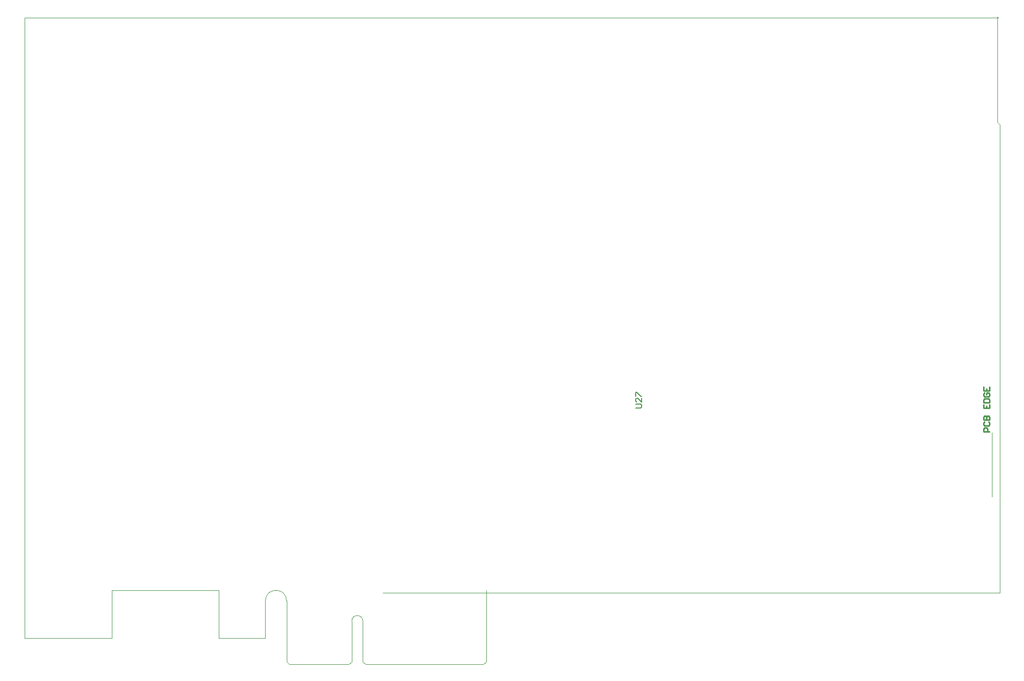
<source format=gbr>
G04*
G04 #@! TF.GenerationSoftware,Altium Limited,Altium Designer,23.7.1 (13)*
G04*
G04 Layer_Color=16711935*
%FSLAX25Y25*%
%MOIN*%
G70*
G04*
G04 #@! TF.SameCoordinates,AF00DCEB-AC48-4C7C-91EA-99F42E284231*
G04*
G04*
G04 #@! TF.FilePolarity,Positive*
G04*
G01*
G75*
%ADD18C,0.01000*%
%ADD19C,0.00600*%
%ADD23C,0.00394*%
D18*
X624016Y-257579D02*
X620080D01*
Y-255611D01*
X620736Y-254955D01*
X622048D01*
X622704Y-255611D01*
Y-257579D01*
X620736Y-251019D02*
X620080Y-251675D01*
Y-252987D01*
X620736Y-253643D01*
X623360D01*
X624016Y-252987D01*
Y-251675D01*
X623360Y-251019D01*
X620080Y-249707D02*
X624016D01*
Y-247739D01*
X623360Y-247083D01*
X622704D01*
X622048Y-247739D01*
Y-249707D01*
Y-247739D01*
X621392Y-247083D01*
X620736D01*
X620080Y-247739D01*
Y-249707D01*
Y-239212D02*
Y-241836D01*
X624016D01*
Y-239212D01*
X622048Y-241836D02*
Y-240524D01*
X620080Y-237900D02*
X624016D01*
Y-235932D01*
X623360Y-235276D01*
X620736D01*
X620080Y-235932D01*
Y-237900D01*
X620736Y-231341D02*
X620080Y-231996D01*
Y-233308D01*
X620736Y-233964D01*
X623360D01*
X624016Y-233308D01*
Y-231996D01*
X623360Y-231341D01*
X622048D01*
Y-232652D01*
X620080Y-227405D02*
Y-230029D01*
X624016D01*
Y-227405D01*
X622048Y-230029D02*
Y-228717D01*
D19*
X384615Y-241552D02*
X387948D01*
X388614Y-240885D01*
Y-239553D01*
X387948Y-238886D01*
X384615D01*
X388614Y-234888D02*
Y-237553D01*
X385948Y-234888D01*
X385282D01*
X384615Y-235554D01*
Y-236887D01*
X385282Y-237553D01*
X384615Y-233555D02*
Y-230889D01*
X385282D01*
X387948Y-233555D01*
X388614D01*
D23*
X148622Y-372195D02*
G03*
X134252Y-372195I-7185J0D01*
G01*
X200197Y-385876D02*
G03*
X192717Y-385876I-3740J0D01*
G01*
X200197D02*
G03*
X192717Y-385876I-3740J0D01*
G01*
X148622Y-372195D02*
G03*
X134252Y-372195I-7185J0D01*
G01*
X625787Y-301673D02*
Y-258366D01*
X629528Y-48444D02*
Y23108D01*
Y-48444D02*
X630958Y-49875D01*
X629528Y23108D02*
X630244Y22392D01*
X630958Y-366733D02*
Y-49875D01*
X-28543Y22392D02*
X630244D01*
X213832Y-366733D02*
X630958D01*
X-28543Y-397490D02*
Y22392D01*
Y-397490D02*
X30512D01*
Y-365009D01*
X102756D01*
Y-397490D02*
Y-365009D01*
Y-397490D02*
X134252D01*
Y-372195D01*
X148622Y-413238D02*
Y-372195D01*
X150591Y-415206D02*
X190748D01*
X202165D02*
X281693D01*
X283661Y-413238D02*
Y-365009D01*
X148622Y-413238D02*
X150591Y-415206D01*
X190748D02*
X192717Y-413238D01*
X200197D02*
X202165Y-415206D01*
X281693D02*
X283661Y-413238D01*
X192717D02*
Y-385876D01*
X200197Y-413238D02*
Y-385876D01*
M02*

</source>
